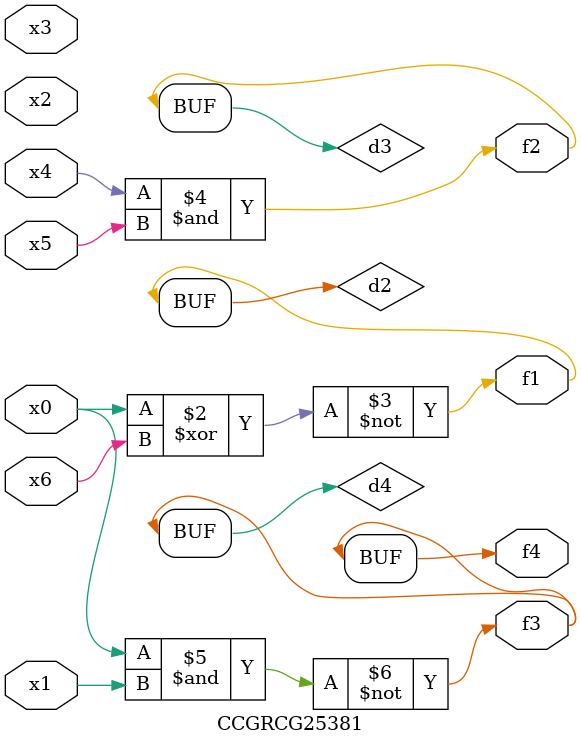
<source format=v>
module CCGRCG25381(
	input x0, x1, x2, x3, x4, x5, x6,
	output f1, f2, f3, f4
);

	wire d1, d2, d3, d4;

	nor (d1, x0);
	xnor (d2, x0, x6);
	and (d3, x4, x5);
	nand (d4, x0, x1);
	assign f1 = d2;
	assign f2 = d3;
	assign f3 = d4;
	assign f4 = d4;
endmodule

</source>
